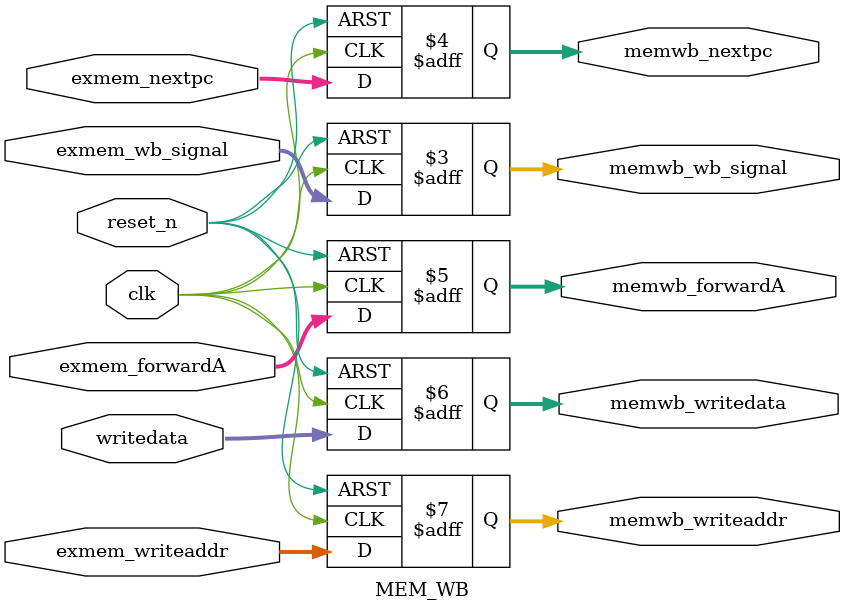
<source format=v>
module MEM_WB (clk, reset_n, writedata, exmem_wb_signal, exmem_nextpc, exmem_forwardA, exmem_writeaddr, memwb_wb_signal, memwb_nextpc, memwb_forwardA, memwb_writedata, memwb_writeaddr);
    input clk;
    input reset_n;
    input [15:0] writedata;
    input [5:0] exmem_wb_signal;//{MemtoReg, Regwrite, WWD, HLT, numinst_cond}
    input [15:0] exmem_nextpc;
    input [15:0] exmem_forwardA;
    input [1:0] exmem_writeaddr;

    output reg [5:0] memwb_wb_signal;//{MemtoReg, Regwrite, WWD, HLT, numinst_cond}
    output reg [15:0] memwb_nextpc;
    output reg [15:0] memwb_forwardA;
    output reg [15:0] memwb_writedata;
    output reg [1:0] memwb_writeaddr;

    always @(posedge clk or negedge reset_n) begin
        if(!reset_n) begin
            memwb_wb_signal <= 0;
            memwb_nextpc <= 0;
            memwb_forwardA <= 0;
            memwb_writedata <= 0;
            memwb_writeaddr <= 0;
        end
        else begin
            memwb_wb_signal <= exmem_wb_signal;
            memwb_nextpc <= exmem_nextpc;
            memwb_forwardA <= exmem_forwardA;
            memwb_writedata <= writedata;
            memwb_writeaddr <= exmem_writeaddr;
        end
    end
endmodule
</source>
